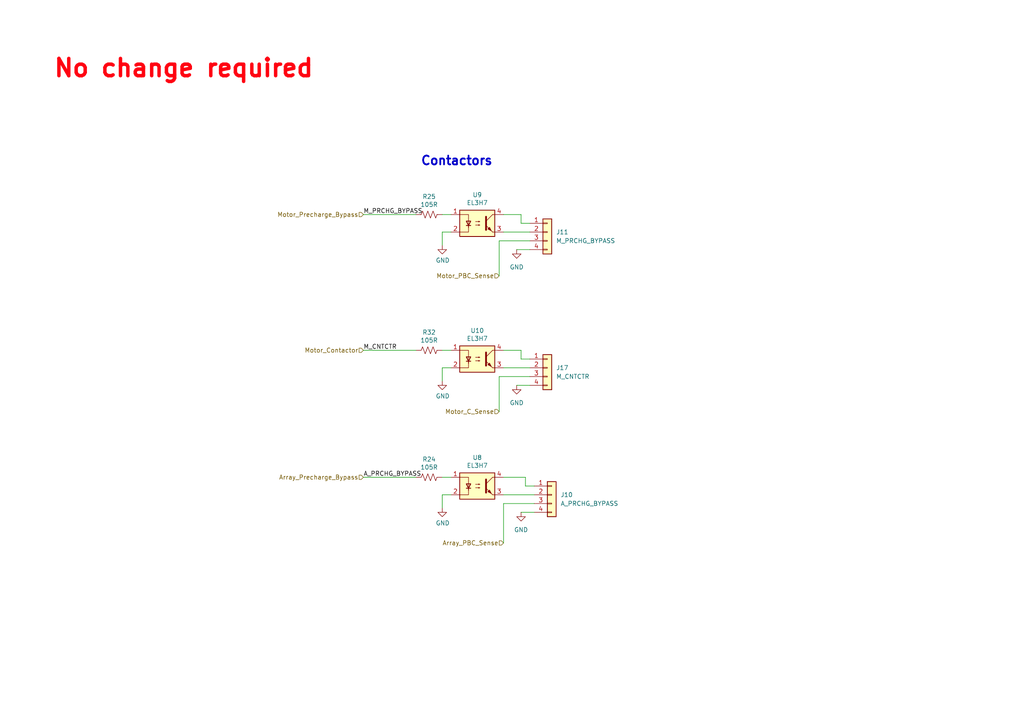
<source format=kicad_sch>
(kicad_sch (version 20231120) (generator "eeschema") (generator_version "8.0")
  (paper "A4")
  (lib_symbols
    (symbol "Connector_Generic:Conn_01x04" (pin_names (offset 1.016) hide)
      (property "Reference" "J" (at 0 5.08 0))
      (property "Value" "Conn_01x04" (at 0 -7.62 0))
      (symbol "Conn_01x04_1_1"
        (rectangle (start -1.27 -4.953) (end 0 -5.207) (stroke (width 0.1524)))
        (rectangle (start -1.27 -2.413) (end 0 -2.667) (stroke (width 0.1524)))
        (rectangle (start -1.27 0.127) (end 0 -0.127) (stroke (width 0.1524)))
        (rectangle (start -1.27 2.667) (end 0 2.413) (stroke (width 0.1524)))
        (rectangle (start -1.27 3.81) (end 1.27 -6.35) (stroke (width 0.254)) (fill (type background)))
        (pin passive line (at -5.08 2.54 0) (length 3.81) (name "Pin_1") (number "1"))
        (pin passive line (at -5.08 0 0) (length 3.81) (name "Pin_2") (number "2"))
        (pin passive line (at -5.08 -2.54 0) (length 3.81) (name "Pin_3") (number "3"))
        (pin passive line (at -5.08 -5.08 0) (length 3.81) (name "Pin_4") (number "4"))
      )
    )
    (symbol "Device:R_US" (pin_numbers hide) (pin_names (offset 0))
      (property "Reference" "R" (at 2.54 0 90))
      (property "Value" "R_US" (at -2.54 0 90))
      (symbol "R_US_0_1"
        (polyline (pts (xy 0 -2.286) (xy 0 -2.54)))
        (polyline (pts (xy 0 2.286) (xy 0 2.54)))
        (polyline (pts (xy 0 -0.762) (xy 1.016 -1.143) (xy 0 -1.524) (xy -1.016 -1.905) (xy 0 -2.286)))
        (polyline (pts (xy 0 0.762) (xy 1.016 0.381) (xy 0 0) (xy -1.016 -0.381) (xy 0 -0.762)))
        (polyline (pts (xy 0 2.286) (xy 1.016 1.905) (xy 0 1.524) (xy -1.016 1.143) (xy 0 0.762)))
      )
      (symbol "R_US_1_1"
        (pin passive line (at 0 3.81 270) (length 1.27) (name "~") (number "1"))
        (pin passive line (at 0 -3.81 90) (length 1.27) (name "~") (number "2"))
      )
    )
    (symbol "Isolator:SFH617A-1" (pin_names (offset 1.016))
      (property "Reference" "U" (at -5.08 5.08 0))
      (property "Value" "SFH617A-1" (at 0 5.08 0))
      (symbol "SFH617A-1_0_1"
        (rectangle (start -5.08 3.81) (end 5.08 -3.81) (stroke (width 0.254)) (fill (type background)))
        (polyline (pts (xy -3.175 -0.635) (xy -1.905 -0.635)) (stroke (width 0.254)))
        (polyline (pts (xy 2.54 0.635) (xy 4.445 2.54)))
        (polyline (pts (xy 4.445 -2.54) (xy 2.54 -0.635)) (fill (type outline)))
        (polyline (pts (xy 4.445 -2.54) (xy 5.08 -2.54)))
        (polyline (pts (xy 4.445 2.54) (xy 5.08 2.54)))
        (polyline (pts (xy -2.54 -0.635) (xy -2.54 -2.54) (xy -5.08 -2.54)))
        (polyline (pts (xy 2.54 1.905) (xy 2.54 -1.905) (xy 2.54 -1.905)) (stroke (width 0.508)))
        (polyline (pts (xy -5.08 2.54) (xy -2.54 2.54) (xy -2.54 -1.27) (xy -2.54 0.635)))
        (polyline (pts (xy -2.54 -0.635) (xy -3.175 0.635) (xy -1.905 0.635) (xy -2.54 -0.635)) (stroke (width 0.254)))
        (polyline (pts (xy -0.508 -0.508) (xy 0.762 -0.508) (xy 0.381 -0.635) (xy 0.381 -0.381) (xy 0.762 -0.508)))
        (polyline (pts (xy -0.508 0.508) (xy 0.762 0.508) (xy 0.381 0.381) (xy 0.381 0.635) (xy 0.762 0.508)))
        (polyline (pts (xy 3.048 -1.651) (xy 3.556 -1.143) (xy 4.064 -2.159) (xy 3.048 -1.651) (xy 3.048 -1.651)) (fill (type outline)))
      )
      (symbol "SFH617A-1_1_1"
        (pin passive line (at -7.62 2.54 0) (length 2.54) (name "~") (number "1"))
        (pin passive line (at -7.62 -2.54 0) (length 2.54) (name "~") (number "2"))
        (pin passive line (at 7.62 -2.54 180) (length 2.54) (name "~") (number "3"))
        (pin passive line (at 7.62 2.54 180) (length 2.54) (name "~") (number "4"))
      )
    )
    (symbol "power:GND" (power) (pin_numbers hide) (pin_names (offset 0) hide)
      (property "Value" "GND" (at 0 -3.81 0))
      (symbol "GND_0_1"
        (polyline (pts (xy 0 0) (xy 0 -1.27) (xy 1.27 -1.27) (xy 0 -2.54) (xy -1.27 -1.27) (xy 0 -1.27)))
      )
      (symbol "GND_1_1"
        (pin power_in line (at 0 0 270) (length 0) (name "~") (number "1"))
      )
    )
  )
  (wire (pts (xy 128.27 101.6) (xy 130.81 101.6)))
  (wire (pts (xy 144.78 80.01) (xy 144.78 69.85)))
  (wire (pts (xy 144.78 109.22) (xy 153.67 109.22)))
  (wire (pts (xy 146.05 62.23) (xy 151.13 62.23)))
  (wire (pts (xy 146.05 106.68) (xy 153.67 106.68)))
  (wire (pts (xy 128.27 106.68) (xy 130.81 106.68)))
  (wire (pts (xy 128.27 147.32) (xy 128.27 143.51)))
  (wire (pts (xy 144.78 69.85) (xy 153.67 69.85)))
  (wire (pts (xy 128.27 138.43) (xy 130.81 138.43)))
  (wire (pts (xy 128.27 110.49) (xy 128.27 106.68)))
  (wire (pts (xy 105.41 138.43) (xy 120.65 138.43)))
  (wire (pts (xy 146.05 101.6) (xy 151.13 101.6)))
  (wire (pts (xy 105.41 62.23) (xy 120.65 62.23)))
  (wire (pts (xy 105.41 101.6) (xy 120.65 101.6)))
  (wire (pts (xy 128.27 71.12) (xy 128.27 67.31)))
  (wire (pts (xy 146.05 146.05) (xy 154.94 146.05)))
  (wire (pts (xy 151.13 104.14) (xy 153.67 104.14)))
  (wire (pts (xy 152.4 140.97) (xy 154.94 140.97)))
  (wire (pts (xy 146.05 143.51) (xy 154.94 143.51)))
  (wire (pts (xy 151.13 62.23) (xy 151.13 64.77)))
  (wire (pts (xy 149.86 111.76) (xy 153.67 111.76)))
  (wire (pts (xy 146.05 67.31) (xy 153.67 67.31)))
  (wire (pts (xy 149.86 72.39) (xy 153.67 72.39)))
  (wire (pts (xy 128.27 143.51) (xy 130.81 143.51)))
  (wire (pts (xy 146.05 138.43) (xy 152.4 138.43)))
  (wire (pts (xy 151.13 64.77) (xy 153.67 64.77)))
  (wire (pts (xy 151.13 101.6) (xy 151.13 104.14)))
  (wire (pts (xy 151.13 148.59) (xy 154.94 148.59)))
  (wire (pts (xy 128.27 67.31) (xy 130.81 67.31)))
  (wire (pts (xy 128.27 62.23) (xy 130.81 62.23)))
  (wire (pts (xy 152.4 138.43) (xy 152.4 140.97)))
  (wire (pts (xy 146.05 157.48) (xy 146.05 146.05)))
  (wire (pts (xy 144.78 119.38) (xy 144.78 109.22)))
  (text "Contactors\n" (at 121.92 48.26 0) (effects (font (size 2.54 2.54) (thickness 0.508) (bold yes)) (justify left bottom)))
  (text "No change required\n" (at 15.24 22.86 0) (effects (font (size 5 5) (thickness 1) (bold yes)) (justify left bottom)))
  (label "A_PRCHG_BYPASS" (at 105.41 138.43 0))
  (label "M_PRCHG_BYPASS" (at 105.41 62.23 0))
  (label "M_CNTCTR" (at 105.41 101.6 0))
  (hierarchical_label "Array_Precharge_Bypass" (shape input) (at 105.41 138.43 180))
  (hierarchical_label "Motor_PBC_Sense" (shape input) (at 144.78 80.01 180))
  (hierarchical_label "Motor_C_Sense" (shape input) (at 144.78 119.38 180))
  (hierarchical_label "Motor_Contactor" (shape input) (at 105.41 101.6 180))
  (hierarchical_label "Array_PBC_Sense" (shape input) (at 146.05 157.48 180))
  (hierarchical_label "Motor_Precharge_Bypass" (shape input) (at 105.41 62.23 180))
  (symbol (lib_id "Isolator:SFH617A-1") (at 138.43 140.97 0) (unit 1)
    (property "Reference" "U8" (at 138.43 132.715 0))
    (property "Value" "EL3H7" (at 138.43 135.0264 0))
    (property "Footprint" "Package_SO:SSOP-4_4.4x2.6mm_P1.27mm" (effects (hide yes)))
    (property "Datasheet" "https://www.mouser.com/ProductDetail/Everlight/EL3H7DTA-VG?qs=8PzhAHr7IdO5ivSzPAFioA%3D%3D&utm_id=21629221803&gad_source=1&gclid=Cj0KCQiArby5BhCDARIsAIJvjIRxO0jcjcKfnV1hER0ZGDMF9W_FecGmdKXwVqQCsmJYIZvEtRfuUkAaAnFwEALw_wcB" (effects (hide yes)))
    (property "Description" "Optocoupler, Phototransistor Output, 5300 VRMS, VCEO 70V, CTR% 40-80, -55 to +110 degree Celsius, UL, BSI, FIMKO, cUL, THT PDIP-4" (effects (hide yes)))
    (property "Mouser Part Number" "638-EL3H7DTAVG " (effects (hide yes)))
  )
  (symbol (lib_id "Device:R_US") (at 124.46 138.43 270) (unit 1)
    (property "Reference" "R24" (at 124.46 133.223 90))
    (property "Value" "105R" (at 124.46 135.5344 90))
    (property "Footprint" "Resistor_SMD:R_0805_2012Metric" (effects (hide yes)))
    (property "Datasheet" "https://www.mouser.com/ProductDetail/Vishay-Dale/CRCW0805105RFKEA?qs=sGAEpiMZZMvdGkrng054txEw7b1YnvGufwlC1LWQIEg%3D" (effects (hide yes)))
    (property "Description" "Resistor, US symbol" (effects (hide yes)))
    (property "Mouser Part Number" "71-CRCW0805105RFKEA " (effects (hide yes)))
  )
  (symbol (lib_id "power:GND") (at 128.27 147.32 0) (unit 1)
    (property "Reference" "#PWR0161" (effects (hide yes)))
    (property "Value" "GND" (at 128.397 151.7142 0))
    (property "Description" "Power symbol creates a global label with name \"GND\" , ground" (effects (hide yes)))
  )
  (symbol (lib_id "Isolator:SFH617A-1") (at 138.43 64.77 0) (unit 1)
    (property "Reference" "U9" (at 138.43 56.515 0))
    (property "Value" "EL3H7" (at 138.43 58.8264 0))
    (property "Footprint" "Package_SO:SSOP-4_4.4x2.6mm_P1.27mm" (effects (hide yes)))
    (property "Datasheet" "https://www.mouser.com/ProductDetail/Everlight/EL3H7DTA-VG?qs=8PzhAHr7IdO5ivSzPAFioA%3D%3D&utm_id=21629221803&gad_source=1&gclid=Cj0KCQiArby5BhCDARIsAIJvjIRxO0jcjcKfnV1hER0ZGDMF9W_FecGmdKXwVqQCsmJYIZvEtRfuUkAaAnFwEALw_wcB" (effects (hide yes)))
    (property "Description" "Optocoupler, Phototransistor Output, 5300 VRMS, VCEO 70V, CTR% 40-80, -55 to +110 degree Celsius, UL, BSI, FIMKO, cUL, THT PDIP-4" (effects (hide yes)))
    (property "Mouser Part Number" "638-EL3H7DTAVG " (effects (hide yes)))
  )
  (symbol (lib_id "Device:R_US") (at 124.46 62.23 270) (unit 1)
    (property "Reference" "R25" (at 124.46 57.023 90))
    (property "Value" "105R" (at 124.46 59.3344 90))
    (property "Footprint" "Resistor_SMD:R_0805_2012Metric" (effects (hide yes)))
    (property "Datasheet" "https://www.mouser.com/ProductDetail/Vishay-Dale/CRCW0805105RFKEA?qs=sGAEpiMZZMvdGkrng054txEw7b1YnvGufwlC1LWQIEg%3D" (effects (hide yes)))
    (property "Description" "Resistor, US symbol" (effects (hide yes)))
    (property "Mouser Part Number" "71-CRCW0805105RFKEA " (effects (hide yes)))
  )
  (symbol (lib_id "power:GND") (at 128.27 71.12 0) (unit 1)
    (property "Reference" "#PWR0162" (effects (hide yes)))
    (property "Value" "GND" (at 128.397 75.5142 0))
    (property "Description" "Power symbol creates a global label with name \"GND\" , ground" (effects (hide yes)))
  )
  (symbol (lib_id "Device:R_US") (at 124.46 101.6 270) (unit 1)
    (property "Reference" "R32" (at 124.46 96.393 90))
    (property "Value" "105R" (at 124.46 98.7044 90))
    (property "Footprint" "Resistor_SMD:R_0805_2012Metric" (effects (hide yes)))
    (property "Datasheet" "https://www.mouser.com/ProductDetail/Vishay-Dale/CRCW0805105RFKEA?qs=sGAEpiMZZMvdGkrng054txEw7b1YnvGufwlC1LWQIEg%3D" (effects (hide yes)))
    (property "Description" "Resistor, US symbol" (effects (hide yes)))
    (property "Mouser Part Number" "71-CRCW0805105RFKEA " (effects (hide yes)))
  )
  (symbol (lib_id "power:GND") (at 151.13 148.59 0) (unit 1)
    (property "Reference" "#PWR038" (effects (hide yes)))
    (property "Value" "GND" (at 151.13 153.67 0))
    (property "Description" "Power symbol creates a global label with name \"GND\" , ground" (effects (hide yes)))
  )
  (symbol (lib_id "Connector_Generic:Conn_01x04") (at 158.75 106.68 0) (unit 1)
    (property "Reference" "J17" (at 161.29 106.6799 0) (effects (justify left)))
    (property "Value" "M_CNTCTR" (at 161.29 109.2199 0) (effects (justify left)))
    (property "Footprint" "Connector_Molex:Molex_Micro-Fit_3.0_43650-0415_1x04_P3.00mm_Vertical" (effects (hide yes)))
    (property "Description" "Generic connector, single row, 01x04, script generated (kicad-library-utils/schlib/autogen/connector/)" (effects (hide yes)))
    (property "P/N" "43650-0215" (effects (hide yes)))
  )
  (symbol (lib_id "Isolator:SFH617A-1") (at 138.43 104.14 0) (unit 1)
    (property "Reference" "U10" (at 138.43 95.885 0))
    (property "Value" "EL3H7" (at 138.43 98.1964 0))
    (property "Footprint" "Package_SO:SSOP-4_4.4x2.6mm_P1.27mm" (effects (hide yes)))
    (property "Datasheet" "https://www.mouser.com/ProductDetail/Everlight/EL3H7DTA-VG?qs=8PzhAHr7IdO5ivSzPAFioA%3D%3D&utm_id=21629221803&gad_source=1&gclid=Cj0KCQiArby5BhCDARIsAIJvjIRxO0jcjcKfnV1hER0ZGDMF9W_FecGmdKXwVqQCsmJYIZvEtRfuUkAaAnFwEALw_wcB" (effects (hide yes)))
    (property "Description" "Optocoupler, Phototransistor Output, 5300 VRMS, VCEO 70V, CTR% 40-80, -55 to +110 degree Celsius, UL, BSI, FIMKO, cUL, THT PDIP-4" (effects (hide yes)))
    (property "Mouser Part Number" "638-EL3H7DTAVG " (effects (hide yes)))
  )
  (symbol (lib_id "power:GND") (at 149.86 72.39 0) (unit 1)
    (property "Reference" "#PWR040" (effects (hide yes)))
    (property "Value" "GND" (at 149.86 77.47 0))
    (property "Description" "Power symbol creates a global label with name \"GND\" , ground" (effects (hide yes)))
  )
  (symbol (lib_id "power:GND") (at 149.86 111.76 0) (unit 1)
    (property "Reference" "#PWR042" (effects (hide yes)))
    (property "Value" "GND" (at 149.86 116.84 0))
    (property "Description" "Power symbol creates a global label with name \"GND\" , ground" (effects (hide yes)))
  )
  (symbol (lib_id "Connector_Generic:Conn_01x04") (at 158.75 67.31 0) (unit 1)
    (property "Reference" "J11" (at 161.29 67.3099 0) (effects (justify left)))
    (property "Value" "M_PRCHG_BYPASS" (at 161.29 69.8499 0) (effects (justify left)))
    (property "Footprint" "Connector_Molex:Molex_Micro-Fit_3.0_43650-0415_1x04_P3.00mm_Vertical" (effects (hide yes)))
    (property "Description" "Generic connector, single row, 01x04, script generated (kicad-library-utils/schlib/autogen/connector/)" (effects (hide yes)))
    (property "P/N" "43650-0215" (effects (hide yes)))
  )
  (symbol (lib_id "Connector_Generic:Conn_01x04") (at 160.02 143.51 0) (unit 1)
    (property "Reference" "J10" (at 162.56 143.5099 0) (effects (justify left)))
    (property "Value" "A_PRCHG_BYPASS" (at 162.56 146.0499 0) (effects (justify left)))
    (property "Footprint" "Connector_Molex:Molex_Micro-Fit_3.0_43650-0415_1x04_P3.00mm_Vertical" (effects (hide yes)))
    (property "Description" "Generic connector, single row, 01x04, script generated (kicad-library-utils/schlib/autogen/connector/)" (effects (hide yes)))
    (property "P/N" "43650-0215" (effects (hide yes)))
  )
  (symbol (lib_id "power:GND") (at 128.27 110.49 0) (unit 1)
    (property "Reference" "#PWR041" (effects (hide yes)))
    (property "Value" "GND" (at 128.397 114.8842 0))
    (property "Description" "Power symbol creates a global label with name \"GND\" , ground" (effects (hide yes)))
  )
)
</source>
